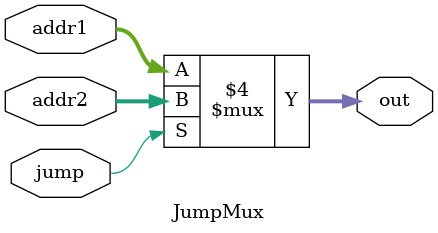
<source format=v>
`timescale 1ns / 1ps

module JumpMux(
    input [31:0] addr1, // come from BranchMux
    input [31:0] addr2, // come from ShiftLeft2_Jump
    input jump, // come from control unit
    output reg [31:0] out
    );

    always @(*) begin
        if (jump == 1)
            out <= addr2;
        else
            out <= addr1;
    end
endmodule

</source>
